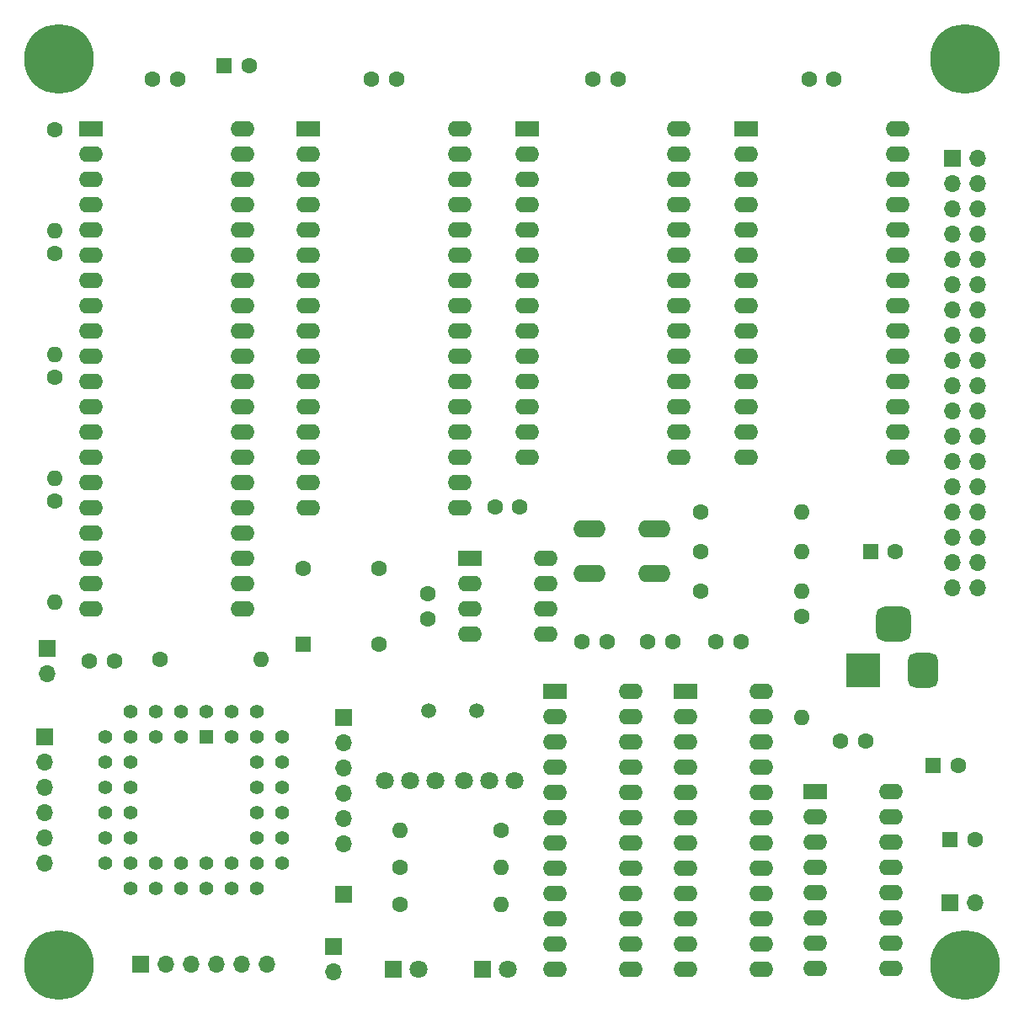
<source format=gbr>
%TF.GenerationSoftware,KiCad,Pcbnew,(6.0.0-0)*%
%TF.CreationDate,2022-07-16T16:30:52+01:00*%
%TF.ProjectId,rosco_6502,726f7363-6f5f-4363-9530-322e6b696361,3*%
%TF.SameCoordinates,Original*%
%TF.FileFunction,Soldermask,Bot*%
%TF.FilePolarity,Negative*%
%FSLAX46Y46*%
G04 Gerber Fmt 4.6, Leading zero omitted, Abs format (unit mm)*
G04 Created by KiCad (PCBNEW (6.0.0-0)) date 2022-07-16 16:30:52*
%MOMM*%
%LPD*%
G01*
G04 APERTURE LIST*
G04 Aperture macros list*
%AMRoundRect*
0 Rectangle with rounded corners*
0 $1 Rounding radius*
0 $2 $3 $4 $5 $6 $7 $8 $9 X,Y pos of 4 corners*
0 Add a 4 corners polygon primitive as box body*
4,1,4,$2,$3,$4,$5,$6,$7,$8,$9,$2,$3,0*
0 Add four circle primitives for the rounded corners*
1,1,$1+$1,$2,$3*
1,1,$1+$1,$4,$5*
1,1,$1+$1,$6,$7*
1,1,$1+$1,$8,$9*
0 Add four rect primitives between the rounded corners*
20,1,$1+$1,$2,$3,$4,$5,0*
20,1,$1+$1,$4,$5,$6,$7,0*
20,1,$1+$1,$6,$7,$8,$9,0*
20,1,$1+$1,$8,$9,$2,$3,0*%
G04 Aperture macros list end*
%ADD10R,1.600000X1.600000*%
%ADD11C,1.600000*%
%ADD12RoundRect,0.875000X0.875000X0.875000X-0.875000X0.875000X-0.875000X-0.875000X0.875000X-0.875000X0*%
%ADD13RoundRect,0.750000X0.750000X1.000000X-0.750000X1.000000X-0.750000X-1.000000X0.750000X-1.000000X0*%
%ADD14R,3.500000X3.500000*%
%ADD15R,1.800000X1.800000*%
%ADD16C,1.800000*%
%ADD17R,1.700000X1.700000*%
%ADD18O,1.700000X1.700000*%
%ADD19O,1.600000X1.600000*%
%ADD20R,2.400000X1.600000*%
%ADD21O,2.400000X1.600000*%
%ADD22C,7.000000*%
%ADD23C,1.500000*%
%ADD24C,1.803400*%
%ADD25O,3.251200X1.727200*%
%ADD26R,1.422400X1.422400*%
%ADD27C,1.422400*%
G04 APERTURE END LIST*
D10*
%TO.C,C17*%
X176338606Y-124500000D03*
D11*
X178838606Y-124500000D03*
%TD*%
D12*
%TO.C,J7*%
X172320000Y-110257500D03*
D13*
X175320000Y-114957500D03*
D14*
X169320000Y-114957500D03*
%TD*%
D11*
%TO.C,C9*%
X91500000Y-114000000D03*
X94000000Y-114000000D03*
%TD*%
%TO.C,C10*%
X167000000Y-122030000D03*
X169500000Y-122030000D03*
%TD*%
D15*
%TO.C,LED1*%
X122000000Y-145000000D03*
D16*
X124540000Y-145000000D03*
%TD*%
D11*
%TO.C,C19*%
X147610000Y-112030000D03*
X150110000Y-112030000D03*
%TD*%
D17*
%TO.C,J1*%
X96650000Y-144500000D03*
D18*
X99190000Y-144500000D03*
X101730000Y-144500000D03*
X104270000Y-144500000D03*
X106810000Y-144500000D03*
X109350000Y-144500000D03*
%TD*%
D11*
%TO.C,C3*%
X142108300Y-55500000D03*
X144608300Y-55500000D03*
%TD*%
%TO.C,R9*%
X152920000Y-103000000D03*
D19*
X163080000Y-103000000D03*
%TD*%
D11*
%TO.C,C15*%
X132250000Y-98500000D03*
X134750000Y-98500000D03*
%TD*%
%TO.C,R10*%
X98550000Y-113830000D03*
D19*
X108710000Y-113830000D03*
%TD*%
D11*
%TO.C,C1*%
X97858300Y-55500000D03*
X100358300Y-55500000D03*
%TD*%
D20*
%TO.C,U4*%
X164450000Y-127130000D03*
D21*
X164450000Y-129670000D03*
X164450000Y-132210000D03*
X164450000Y-134750000D03*
X164450000Y-137290000D03*
X164450000Y-139830000D03*
X164450000Y-142370000D03*
X164450000Y-144910000D03*
X172070000Y-144910000D03*
X172070000Y-142370000D03*
X172070000Y-139830000D03*
X172070000Y-137290000D03*
X172070000Y-134750000D03*
X172070000Y-132210000D03*
X172070000Y-129670000D03*
X172070000Y-127130000D03*
%TD*%
D20*
%TO.C,U2*%
X135491700Y-60500000D03*
D21*
X135491700Y-63040000D03*
X135491700Y-65580000D03*
X135491700Y-68120000D03*
X135491700Y-70660000D03*
X135491700Y-73200000D03*
X135491700Y-75740000D03*
X135491700Y-78280000D03*
X135491700Y-80820000D03*
X135491700Y-83360000D03*
X135491700Y-85900000D03*
X135491700Y-88440000D03*
X135491700Y-90980000D03*
X135491700Y-93520000D03*
X150731700Y-93520000D03*
X150731700Y-90980000D03*
X150731700Y-88440000D03*
X150731700Y-85900000D03*
X150731700Y-83360000D03*
X150731700Y-80820000D03*
X150731700Y-78280000D03*
X150731700Y-75740000D03*
X150731700Y-73200000D03*
X150731700Y-70660000D03*
X150731700Y-68120000D03*
X150731700Y-65580000D03*
X150731700Y-63040000D03*
X150731700Y-60500000D03*
%TD*%
D20*
%TO.C,IC2*%
X138250000Y-117030000D03*
D21*
X138250000Y-119570000D03*
X138250000Y-122110000D03*
X138250000Y-124650000D03*
X138250000Y-127190000D03*
X138250000Y-129730000D03*
X138250000Y-132270000D03*
X138250000Y-134810000D03*
X138250000Y-137350000D03*
X138250000Y-139890000D03*
X138250000Y-142430000D03*
X138250000Y-144970000D03*
X145870000Y-144970000D03*
X145870000Y-142430000D03*
X145870000Y-139890000D03*
X145870000Y-137350000D03*
X145870000Y-134810000D03*
X145870000Y-132270000D03*
X145870000Y-129730000D03*
X145870000Y-127190000D03*
X145870000Y-124650000D03*
X145870000Y-122110000D03*
X145870000Y-119570000D03*
X145870000Y-117030000D03*
%TD*%
D10*
%TO.C,X1*%
X113000000Y-112310000D03*
D11*
X120620000Y-112310000D03*
X120620000Y-104690000D03*
X113000000Y-104690000D03*
%TD*%
%TO.C,R1*%
X88000000Y-60580000D03*
D19*
X88000000Y-70740000D03*
%TD*%
D22*
%TO.C,H4*%
X179550000Y-144550000D03*
%TD*%
D11*
%TO.C,C20*%
X172500000Y-103000000D03*
D10*
X170000000Y-103000000D03*
%TD*%
D17*
%TO.C,J3*%
X117000000Y-119650000D03*
D18*
X117000000Y-122190000D03*
X117000000Y-124730000D03*
X117000000Y-127270000D03*
X117000000Y-129810000D03*
X117000000Y-132350000D03*
%TD*%
D17*
%TO.C,JP2*%
X87250000Y-112725000D03*
D18*
X87250000Y-115265000D03*
%TD*%
D11*
%TO.C,R8*%
X152920000Y-107000000D03*
D19*
X163080000Y-107000000D03*
%TD*%
D23*
%TO.C,Q1*%
X125550000Y-119000000D03*
X130430000Y-119000000D03*
%TD*%
D20*
%TO.C,IC5*%
X151450000Y-117055000D03*
D21*
X151450000Y-119595000D03*
X151450000Y-122135000D03*
X151450000Y-124675000D03*
X151450000Y-127215000D03*
X151450000Y-129755000D03*
X151450000Y-132295000D03*
X151450000Y-134835000D03*
X151450000Y-137375000D03*
X151450000Y-139915000D03*
X151450000Y-142455000D03*
X151450000Y-144995000D03*
X159070000Y-144995000D03*
X159070000Y-142455000D03*
X159070000Y-139915000D03*
X159070000Y-137375000D03*
X159070000Y-134835000D03*
X159070000Y-132295000D03*
X159070000Y-129755000D03*
X159070000Y-127215000D03*
X159070000Y-124675000D03*
X159070000Y-122135000D03*
X159070000Y-119595000D03*
X159070000Y-117055000D03*
%TD*%
D11*
%TO.C,C4*%
X163858300Y-55500000D03*
X166358300Y-55500000D03*
%TD*%
%TO.C,C8*%
X154500000Y-112030000D03*
X157000000Y-112030000D03*
%TD*%
D22*
%TO.C,H1*%
X88450000Y-53450000D03*
%TD*%
D11*
%TO.C,R4*%
X88000000Y-97920000D03*
D19*
X88000000Y-108080000D03*
%TD*%
D24*
%TO.C,C13*%
X123730000Y-126000000D03*
X121190000Y-126000000D03*
X126270000Y-126000000D03*
%TD*%
D11*
%TO.C,R3*%
X88000000Y-85500000D03*
D19*
X88000000Y-95660000D03*
%TD*%
D10*
%TO.C,C16*%
X105026000Y-54125000D03*
D11*
X107526000Y-54125000D03*
%TD*%
D17*
%TO.C,J5*%
X178225000Y-63425000D03*
D18*
X180765000Y-63425000D03*
X178225000Y-65965000D03*
X180765000Y-65965000D03*
X178225000Y-68505000D03*
X180765000Y-68505000D03*
X178225000Y-71045000D03*
X180765000Y-71045000D03*
X178225000Y-73585000D03*
X180765000Y-73585000D03*
X178225000Y-76125000D03*
X180765000Y-76125000D03*
X178225000Y-78665000D03*
X180765000Y-78665000D03*
X178225000Y-81205000D03*
X180765000Y-81205000D03*
X178225000Y-83745000D03*
X180765000Y-83745000D03*
X178225000Y-86285000D03*
X180765000Y-86285000D03*
X178225000Y-88825000D03*
X180765000Y-88825000D03*
X178225000Y-91365000D03*
X180765000Y-91365000D03*
X178225000Y-93905000D03*
X180765000Y-93905000D03*
X178225000Y-96445000D03*
X180765000Y-96445000D03*
X178225000Y-98985000D03*
X180765000Y-98985000D03*
X178225000Y-101525000D03*
X180765000Y-101525000D03*
X178225000Y-104065000D03*
X180765000Y-104065000D03*
X178225000Y-106605000D03*
X180765000Y-106605000D03*
%TD*%
D11*
%TO.C,R7*%
X152920000Y-99000000D03*
D19*
X163080000Y-99000000D03*
%TD*%
D20*
%TO.C,IC4*%
X129700000Y-103700000D03*
D21*
X129700000Y-106240000D03*
X129700000Y-108780000D03*
X129700000Y-111320000D03*
X137320000Y-111320000D03*
X137320000Y-108780000D03*
X137320000Y-106240000D03*
X137320000Y-103700000D03*
%TD*%
D17*
%TO.C,J2*%
X87000000Y-121650000D03*
D18*
X87000000Y-124190000D03*
X87000000Y-126730000D03*
X87000000Y-129270000D03*
X87000000Y-131810000D03*
X87000000Y-134350000D03*
%TD*%
D20*
%TO.C,U3*%
X157483300Y-60475000D03*
D21*
X157483300Y-63015000D03*
X157483300Y-65555000D03*
X157483300Y-68095000D03*
X157483300Y-70635000D03*
X157483300Y-73175000D03*
X157483300Y-75715000D03*
X157483300Y-78255000D03*
X157483300Y-80795000D03*
X157483300Y-83335000D03*
X157483300Y-85875000D03*
X157483300Y-88415000D03*
X157483300Y-90955000D03*
X157483300Y-93495000D03*
X172723300Y-93495000D03*
X172723300Y-90955000D03*
X172723300Y-88415000D03*
X172723300Y-85875000D03*
X172723300Y-83335000D03*
X172723300Y-80795000D03*
X172723300Y-78255000D03*
X172723300Y-75715000D03*
X172723300Y-73175000D03*
X172723300Y-70635000D03*
X172723300Y-68095000D03*
X172723300Y-65555000D03*
X172723300Y-63015000D03*
X172723300Y-60475000D03*
%TD*%
D24*
%TO.C,C14*%
X131730000Y-126000000D03*
X129190000Y-126000000D03*
X134270000Y-126000000D03*
%TD*%
D25*
%TO.C,S1*%
X141758800Y-100719400D03*
X148261200Y-100719400D03*
X141758800Y-105240600D03*
X148261200Y-105240600D03*
%TD*%
D10*
%TO.C,C18*%
X178000000Y-132000000D03*
D11*
X180500000Y-132000000D03*
%TD*%
D22*
%TO.C,H3*%
X88450000Y-144550000D03*
%TD*%
D17*
%TO.C,JP1*%
X116000000Y-142725000D03*
D18*
X116000000Y-145265000D03*
%TD*%
D22*
%TO.C,H2*%
X179550000Y-53450000D03*
%TD*%
D11*
%TO.C,R5*%
X122695000Y-134743900D03*
D19*
X132855000Y-134743900D03*
%TD*%
D11*
%TO.C,R12*%
X132855000Y-130987800D03*
D19*
X122695000Y-130987800D03*
%TD*%
D11*
%TO.C,R6*%
X122695000Y-138500000D03*
D19*
X132855000Y-138500000D03*
%TD*%
D17*
%TO.C,J4*%
X117000000Y-137500000D03*
%TD*%
D26*
%TO.C,IC3*%
X103270000Y-121650000D03*
D27*
X100730000Y-119110000D03*
X100730000Y-121650000D03*
X98190000Y-119110000D03*
X98190000Y-121650000D03*
X95650000Y-119110000D03*
X93110000Y-121650000D03*
X95650000Y-121650000D03*
X93110000Y-124190000D03*
X95650000Y-124190000D03*
X93110000Y-126730000D03*
X95650000Y-126730000D03*
X93110000Y-129270000D03*
X95650000Y-129270000D03*
X93110000Y-131810000D03*
X95650000Y-131810000D03*
X93110000Y-134350000D03*
X95650000Y-136890000D03*
X95650000Y-134350000D03*
X98190000Y-136890000D03*
X98190000Y-134350000D03*
X100730000Y-136890000D03*
X100730000Y-134350000D03*
X103270000Y-136890000D03*
X103270000Y-134350000D03*
X105810000Y-136890000D03*
X105810000Y-134350000D03*
X108350000Y-136890000D03*
X110890000Y-134350000D03*
X108350000Y-134350000D03*
X110890000Y-131810000D03*
X108350000Y-131810000D03*
X110890000Y-129270000D03*
X108350000Y-129270000D03*
X110890000Y-126730000D03*
X108350000Y-126730000D03*
X110890000Y-124190000D03*
X108350000Y-124190000D03*
X110890000Y-121650000D03*
X108350000Y-119110000D03*
X108350000Y-121650000D03*
X105810000Y-119110000D03*
X105810000Y-121650000D03*
X103270000Y-119110000D03*
%TD*%
D11*
%TO.C,R11*%
X163080000Y-109560000D03*
D19*
X163080000Y-119720000D03*
%TD*%
D11*
%TO.C,C2*%
X119875000Y-55500000D03*
X122375000Y-55500000D03*
%TD*%
%TO.C,C11*%
X125500000Y-109750000D03*
X125500000Y-107250000D03*
%TD*%
%TO.C,C12*%
X141000000Y-112030000D03*
X143500000Y-112030000D03*
%TD*%
%TO.C,R2*%
X88000000Y-73000000D03*
D19*
X88000000Y-83160000D03*
%TD*%
D17*
%TO.C,J6*%
X178015000Y-138330000D03*
D18*
X180555000Y-138330000D03*
%TD*%
D20*
%TO.C,IC1*%
X91608300Y-60500000D03*
D21*
X91608300Y-63040000D03*
X91608300Y-65580000D03*
X91608300Y-68120000D03*
X91608300Y-70660000D03*
X91608300Y-73200000D03*
X91608300Y-75740000D03*
X91608300Y-78280000D03*
X91608300Y-80820000D03*
X91608300Y-83360000D03*
X91608300Y-85900000D03*
X91608300Y-88440000D03*
X91608300Y-90980000D03*
X91608300Y-93520000D03*
X91608300Y-96060000D03*
X91608300Y-98600000D03*
X91608300Y-101140000D03*
X91608300Y-103680000D03*
X91608300Y-106220000D03*
X91608300Y-108760000D03*
X106848300Y-108760000D03*
X106848300Y-106220000D03*
X106848300Y-103680000D03*
X106848300Y-101140000D03*
X106848300Y-98600000D03*
X106848300Y-96060000D03*
X106848300Y-93520000D03*
X106848300Y-90980000D03*
X106848300Y-88440000D03*
X106848300Y-85900000D03*
X106848300Y-83360000D03*
X106848300Y-80820000D03*
X106848300Y-78280000D03*
X106848300Y-75740000D03*
X106848300Y-73200000D03*
X106848300Y-70660000D03*
X106848300Y-68120000D03*
X106848300Y-65580000D03*
X106848300Y-63040000D03*
X106848300Y-60500000D03*
%TD*%
D15*
%TO.C,LED2*%
X131000000Y-145000000D03*
D16*
X133540000Y-145000000D03*
%TD*%
D20*
%TO.C,U1*%
X113500000Y-60500000D03*
D21*
X113500000Y-63040000D03*
X113500000Y-65580000D03*
X113500000Y-68120000D03*
X113500000Y-70660000D03*
X113500000Y-73200000D03*
X113500000Y-75740000D03*
X113500000Y-78280000D03*
X113500000Y-80820000D03*
X113500000Y-83360000D03*
X113500000Y-85900000D03*
X113500000Y-88440000D03*
X113500000Y-90980000D03*
X113500000Y-93520000D03*
X113500000Y-96060000D03*
X113500000Y-98600000D03*
X128740000Y-98600000D03*
X128740000Y-96060000D03*
X128740000Y-93520000D03*
X128740000Y-90980000D03*
X128740000Y-88440000D03*
X128740000Y-85900000D03*
X128740000Y-83360000D03*
X128740000Y-80820000D03*
X128740000Y-78280000D03*
X128740000Y-75740000D03*
X128740000Y-73200000D03*
X128740000Y-70660000D03*
X128740000Y-68120000D03*
X128740000Y-65580000D03*
X128740000Y-63040000D03*
X128740000Y-60500000D03*
%TD*%
M02*

</source>
